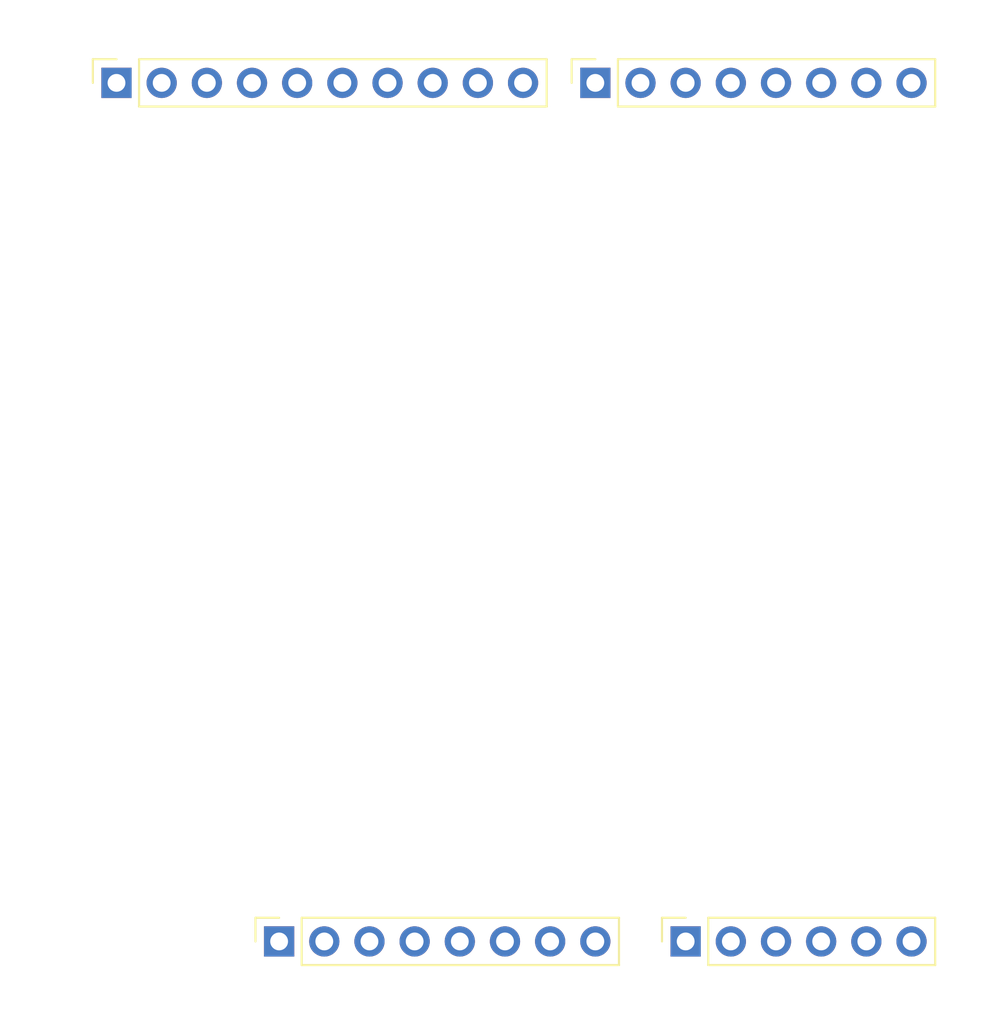
<source format=kicad_pcb>
(kicad_pcb (version 20241229) (generator "pcbnew") (generator_version "9.0")
  (title_block (date "mar. 31 mars 2015"))
  (layers (0 "F.Cu" signal) (2 "B.Cu" signal) (13 "F.Paste" user) (15 "B.Paste" user) (5 "F.SilkS" user "F.Silkscreen") (7 "B.SilkS" user "B.Silkscreen") (1 "F.Mask" user) (3 "B.Mask" user) (25 "Edge.Cuts" user))
  (net 0 "")
  (net 1 "GND")
  (net 3 "+5V")
  (net 4 "/IOREF")
  (net 5 "/A0")
  (net 6 "/A1")
  (net 7 "/A2")
  (net 8 "/A3")
  (net 9 "/SDA{slash}A4")
  (net 10 "/SCL{slash}A5")
  (net 11 "/13")
  (net 12 "/12")
  (net 13 "/AREF")
  (net 14 "/8")
  (net 15 "/7")
  (net 16 "/*11")
  (net 17 "/*10")
  (net 18 "/*9")
  (net 19 "/4")
  (net 20 "/2")
  (net 21 "/*6")
  (net 22 "/*5")
  (net 23 "/TX{slash}1")
  (net 24 "/*3")
  (net 25 "/RX{slash}0")
  (net 26 "+3V3")
  (net 27 "VCC")
  (net 28 "/~{RESET}")
  (footprint "Connector_PinSocket_2.54mm:PinSocket_1x08_P2.54mm_Vertical" (layer "F.Cu") (at 127.94 97.46 90)
    (property "Reference" "J1" (hide yes))
    (property "Value" "Power")
    (fp_line (start 1.33 -1.33) (end 1.33 0) (stroke (width 0.12)) (layer "F.SilkS"))
    (fp_line (start 0 -1.33) (end 1.33 -1.33) (stroke (width 0.12)) (layer "F.SilkS"))
    (fp_line (start 1.33 1.27) (end 1.33 19.11) (stroke (width 0.12)) (layer "F.SilkS"))
    (fp_line (start -1.33 1.27) (end 1.33 1.27) (stroke (width 0.12)) (layer "F.SilkS"))
    (fp_line (start -1.33 1.27) (end -1.33 19.11) (stroke (width 0.12)) (layer "F.SilkS"))
    (fp_line (start -1.33 19.11) (end 1.33 19.11) (stroke (width 0.12)) (layer "F.SilkS"))
    (pad "1" thru_hole rect (at 0 0 90) (size 1.7 1.7) (drill 1) (layers "*.Cu" "*.Mask"))
    (pad "2" thru_hole oval (at 0 2.54 90) (size 1.7 1.7) (drill 1) (layers "*.Cu" "*.Mask") (net 4 "/IOREF"))
    (pad "3" thru_hole oval (at 0 5.08 90) (size 1.7 1.7) (drill 1) (layers "*.Cu" "*.Mask") (net 28 "/~{RESET}"))
    (pad "4" thru_hole oval (at 0 7.62 90) (size 1.7 1.7) (drill 1) (layers "*.Cu" "*.Mask") (net 26 "+3V3"))
    (pad "5" thru_hole oval (at 0 10.16 90) (size 1.7 1.7) (drill 1) (layers "*.Cu" "*.Mask") (net 3 "+5V"))
    (pad "6" thru_hole oval (at 0 12.7 90) (size 1.7 1.7) (drill 1) (layers "*.Cu" "*.Mask") (net 1 "GND"))
    (pad "7" thru_hole oval (at 0 15.24 90) (size 1.7 1.7) (drill 1) (layers "*.Cu" "*.Mask") (net 1 "GND"))
    (pad "8" thru_hole oval (at 0 17.78 90) (size 1.7 1.7) (drill 1) (layers "*.Cu" "*.Mask") (net 27 "VCC"))
  )
  (footprint "Connector_PinSocket_2.54mm:PinSocket_1x06_P2.54mm_Vertical" (layer "F.Cu") (at 150.8 97.46 90)
    (property "Reference" "J3" (hide yes))
    (property "Value" "Analog")
    (fp_line (start 1.33 -1.33) (end 1.33 0) (stroke (width 0.12)) (layer "F.SilkS"))
    (fp_line (start 0 -1.33) (end 1.33 -1.33) (stroke (width 0.12)) (layer "F.SilkS"))
    (fp_line (start 1.33 1.27) (end 1.33 14.03) (stroke (width 0.12)) (layer "F.SilkS"))
    (fp_line (start -1.33 1.27) (end 1.33 1.27) (stroke (width 0.12)) (layer "F.SilkS"))
    (fp_line (start -1.33 1.27) (end -1.33 14.03) (stroke (width 0.12)) (layer "F.SilkS"))
    (fp_line (start -1.33 14.03) (end 1.33 14.03) (stroke (width 0.12)) (layer "F.SilkS"))
    (pad "1" thru_hole rect (at 0 0 90) (size 1.7 1.7) (drill 1) (layers "*.Cu" "*.Mask") (net 5 "/A0"))
    (pad "2" thru_hole oval (at 0 2.54 90) (size 1.7 1.7) (drill 1) (layers "*.Cu" "*.Mask") (net 6 "/A1"))
    (pad "3" thru_hole oval (at 0 5.08 90) (size 1.7 1.7) (drill 1) (layers "*.Cu" "*.Mask") (net 7 "/A2"))
    (pad "4" thru_hole oval (at 0 7.62 90) (size 1.7 1.7) (drill 1) (layers "*.Cu" "*.Mask") (net 8 "/A3"))
    (pad "5" thru_hole oval (at 0 10.16 90) (size 1.7 1.7) (drill 1) (layers "*.Cu" "*.Mask") (net 9 "/SDA{slash}A4"))
    (pad "6" thru_hole oval (at 0 12.7 90) (size 1.7 1.7) (drill 1) (layers "*.Cu" "*.Mask") (net 10 "/SCL{slash}A5"))
  )
  (footprint "Connector_PinSocket_2.54mm:PinSocket_1x10_P2.54mm_Vertical" (layer "F.Cu") (at 118.796 49.2 90)
    (property "Reference" "J2" (hide yes))
    (property "Value" "Digital/PWM")
    (fp_line (start 1.33 -1.33) (end 1.33 0) (stroke (width 0.12)) (layer "F.SilkS"))
    (fp_line (start 0 -1.33) (end 1.33 -1.33) (stroke (width 0.12)) (layer "F.SilkS"))
    (fp_line (start 1.33 1.27) (end 1.33 24.19) (stroke (width 0.12)) (layer "F.SilkS"))
    (fp_line (start -1.33 1.27) (end 1.33 1.27) (stroke (width 0.12)) (layer "F.SilkS"))
    (fp_line (start -1.33 1.27) (end -1.33 24.19) (stroke (width 0.12)) (layer "F.SilkS"))
    (fp_line (start -1.33 24.19) (end 1.33 24.19) (stroke (width 0.12)) (layer "F.SilkS"))
    (pad "1" thru_hole rect (at 0 0 90) (size 1.7 1.7) (drill 1) (layers "*.Cu" "*.Mask") (net 10 "/SCL{slash}A5"))
    (pad "2" thru_hole oval (at 0 2.54 90) (size 1.7 1.7) (drill 1) (layers "*.Cu" "*.Mask") (net 9 "/SDA{slash}A4"))
    (pad "3" thru_hole oval (at 0 5.08 90) (size 1.7 1.7) (drill 1) (layers "*.Cu" "*.Mask") (net 13 "/AREF"))
    (pad "4" thru_hole oval (at 0 7.62 90) (size 1.7 1.7) (drill 1) (layers "*.Cu" "*.Mask") (net 1 "GND"))
    (pad "5" thru_hole oval (at 0 10.16 90) (size 1.7 1.7) (drill 1) (layers "*.Cu" "*.Mask") (net 11 "/13"))
    (pad "6" thru_hole oval (at 0 12.7 90) (size 1.7 1.7) (drill 1) (layers "*.Cu" "*.Mask") (net 12 "/12"))
    (pad "7" thru_hole oval (at 0 15.24 90) (size 1.7 1.7) (drill 1) (layers "*.Cu" "*.Mask") (net 16 "/*11"))
    (pad "8" thru_hole oval (at 0 17.78 90) (size 1.7 1.7) (drill 1) (layers "*.Cu" "*.Mask") (net 17 "/*10"))
    (pad "9" thru_hole oval (at 0 20.32 90) (size 1.7 1.7) (drill 1) (layers "*.Cu" "*.Mask") (net 18 "/*9"))
    (pad "10" thru_hole oval (at 0 22.86 90) (size 1.7 1.7) (drill 1) (layers "*.Cu" "*.Mask") (net 14 "/8"))
  )
  (footprint "Connector_PinSocket_2.54mm:PinSocket_1x08_P2.54mm_Vertical" (layer "F.Cu") (at 145.72 49.2 90)
    (property "Reference" "J4" (hide yes))
    (property "Value" "Digital/PWM")
    (fp_line (start 1.33 -1.33) (end 1.33 0) (stroke (width 0.12)) (layer "F.SilkS"))
    (fp_line (start 0 -1.33) (end 1.33 -1.33) (stroke (width 0.12)) (layer "F.SilkS"))
    (fp_line (start 1.33 1.27) (end 1.33 19.11) (stroke (width 0.12)) (layer "F.SilkS"))
    (fp_line (start -1.33 1.27) (end 1.33 1.27) (stroke (width 0.12)) (layer "F.SilkS"))
    (fp_line (start -1.33 1.27) (end -1.33 19.11) (stroke (width 0.12)) (layer "F.SilkS"))
    (fp_line (start -1.33 19.11) (end 1.33 19.11) (stroke (width 0.12)) (layer "F.SilkS"))
    (pad "1" thru_hole rect (at 0 0 90) (size 1.7 1.7) (drill 1) (layers "*.Cu" "*.Mask") (net 15 "/7"))
    (pad "2" thru_hole oval (at 0 2.54 90) (size 1.7 1.7) (drill 1) (layers "*.Cu" "*.Mask") (net 21 "/*6"))
    (pad "3" thru_hole oval (at 0 5.08 90) (size 1.7 1.7) (drill 1) (layers "*.Cu" "*.Mask") (net 22 "/*5"))
    (pad "4" thru_hole oval (at 0 7.62 90) (size 1.7 1.7) (drill 1) (layers "*.Cu" "*.Mask") (net 19 "/4"))
    (pad "5" thru_hole oval (at 0 10.16 90) (size 1.7 1.7) (drill 1) (layers "*.Cu" "*.Mask") (net 24 "/*3"))
    (pad "6" thru_hole oval (at 0 12.7 90) (size 1.7 1.7) (drill 1) (layers "*.Cu" "*.Mask") (net 20 "/2"))
    (pad "7" thru_hole oval (at 0 15.24 90) (size 1.7 1.7) (drill 1) (layers "*.Cu" "*.Mask") (net 23 "/TX{slash}1"))
    (pad "8" thru_hole oval (at 0 17.78 90) (size 1.7 1.7) (drill 1) (layers "*.Cu" "*.Mask") (net 25 "/RX{slash}0"))
  )
  (footprint "Arduino_MountingHole:MountingHole_3.2mm" (layer "F.Cu") (at 115.24 49.2)
    (property "Reference" "MH1" (hide yes))
    (property "Value" "MountingHole_3.2mm" (hide yes))
    (pad "" np_thru_hole circle (at 0 0) (size 3.2 3.2) (drill 3.2) (layers "*.Cu" "*.Mask"))
  )
  (footprint "Arduino_MountingHole:MountingHole_3.2mm" (layer "F.Cu") (at 113.97 97.46)
    (property "Reference" "MH2" (hide yes))
    (property "Value" "MountingHole_3.2mm" (hide yes))
    (pad "" np_thru_hole circle (at 0 0) (size 3.2 3.2) (drill 3.2) (layers "*.Cu" "*.Mask"))
  )
  (footprint "Arduino_MountingHole:MountingHole_3.2mm" (layer "F.Cu") (at 166.04 64.44)
    (property "Reference" "MH3" (hide yes))
    (property "Value" "MountingHole_3.2mm" (hide yes))
    (pad "" np_thru_hole circle (at 0 0) (size 3.2 3.2) (drill 3.2) (layers "*.Cu" "*.Mask"))
  )
  (footprint "Arduino_MountingHole:MountingHole_3.2mm" (layer "F.Cu") (at 166.04 92.38)
    (property "Reference" "MH4" (hide yes))
    (property "Value" "MountingHole_3.2mm" (hide yes))
    (pad "" np_thru_hole circle (at 0 0) (size 3.2 3.2) (drill 3.2) (layers "*.Cu" "*.Mask"))
  )
)
</source>
